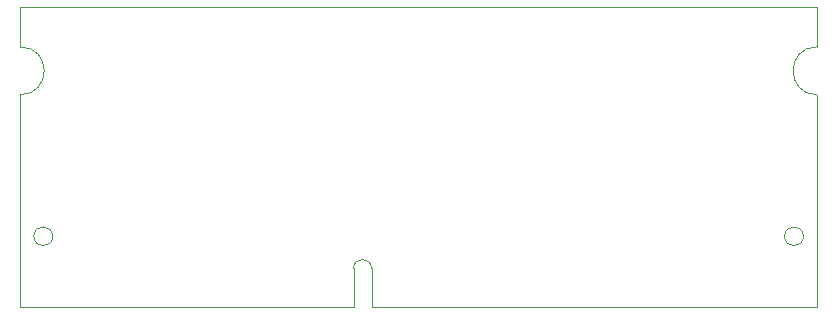
<source format=gbr>
G04 #@! TF.GenerationSoftware,KiCad,Pcbnew,5.1.5*
G04 #@! TF.CreationDate,2020-05-24T12:25:34+08:00*
G04 #@! TF.ProjectId,EDO RAM Stick Recreated,45444f20-5241-44d2-9053-7469636b2052,01*
G04 #@! TF.SameCoordinates,Original*
G04 #@! TF.FileFunction,Profile,NP*
%FSLAX46Y46*%
G04 Gerber Fmt 4.6, Leading zero omitted, Abs format (unit mm)*
G04 Created by KiCad (PCBNEW 5.1.5) date 2020-05-24 12:25:34*
%MOMM*%
%LPD*%
G04 APERTURE LIST*
%ADD10C,0.050000*%
G04 APERTURE END LIST*
D10*
X130980800Y-70885800D02*
G75*
G03X130980800Y-70885800I-800000J0D01*
G01*
X67418400Y-70885800D02*
G75*
G03X67418400Y-70885800I-800000J0D01*
G01*
X132130800Y-58902600D02*
X132130800Y-76885800D01*
X132130800Y-54838922D02*
G75*
G03X132130800Y-58902600I0J-2031839D01*
G01*
X132130800Y-51485800D02*
X132130800Y-54838600D01*
X64668400Y-51485800D02*
X64668400Y-54838600D01*
X64668400Y-54838922D02*
G75*
G02X64668400Y-58902600I0J-2031839D01*
G01*
X64668400Y-58902600D02*
X64668400Y-76885800D01*
X132130800Y-51485800D02*
X64668400Y-51485800D01*
X94411800Y-76885800D02*
X132130800Y-76885800D01*
X94411800Y-73609200D02*
X94411800Y-76885800D01*
X92887800Y-73609200D02*
G75*
G02X94411800Y-73609200I762000J0D01*
G01*
X92887800Y-76885800D02*
X92887800Y-73609200D01*
X64668400Y-76885800D02*
X92887800Y-76885800D01*
M02*

</source>
